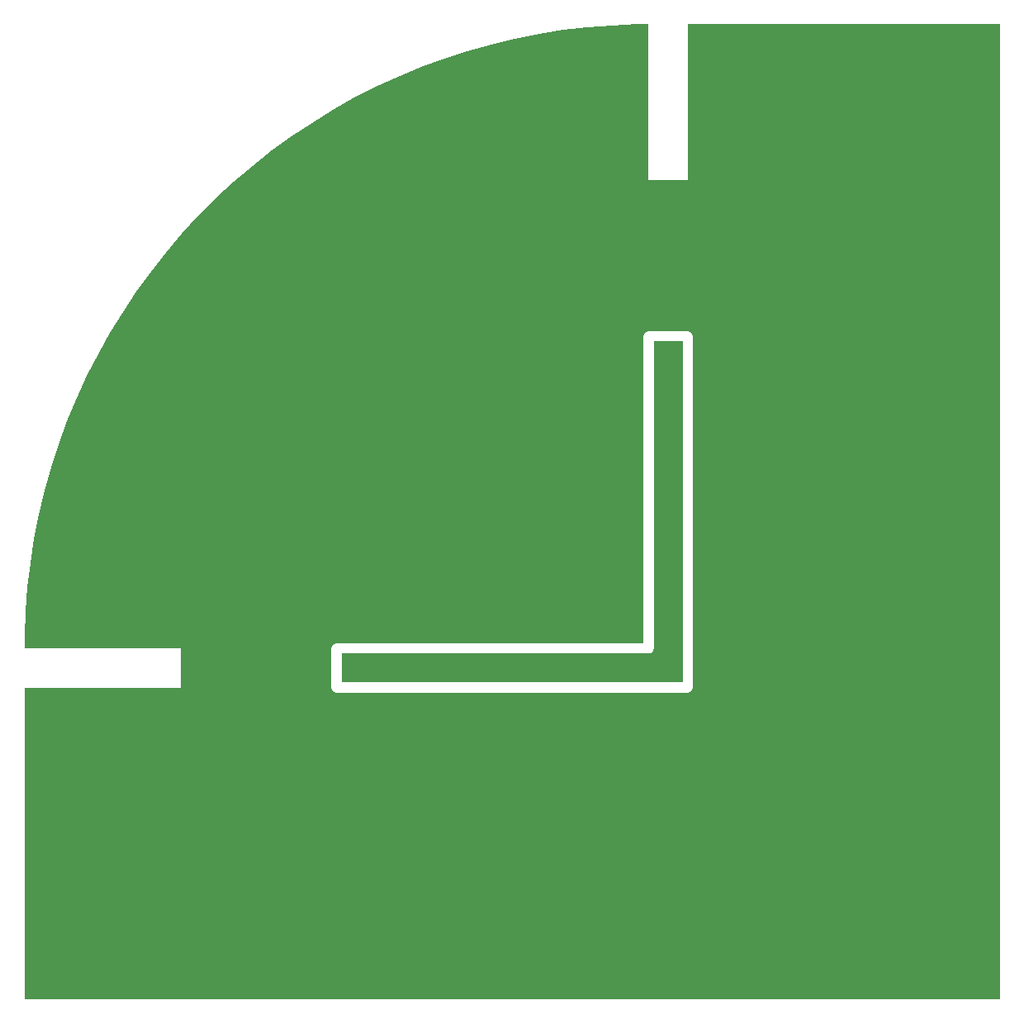
<source format=gbl>
G04*
G04 #@! TF.GenerationSoftware,Altium Limited,Altium Designer,18.1.9 (240)*
G04*
G04 Layer_Physical_Order=2*
G04 Layer_Color=16711680*
%FSLAX25Y25*%
%MOIN*%
G70*
G01*
G75*
%ADD11C,0.07874*%
G36*
X531496Y531496D02*
Y137795D01*
X137795D01*
Y263779D01*
X200787D01*
Y279528D01*
X137795Y279528D01*
X137795Y284476D01*
X138184Y294364D01*
X138960Y304230D01*
X140123Y314057D01*
X141672Y323831D01*
X143602Y333537D01*
X145912Y343160D01*
X148599Y352684D01*
X151656Y362096D01*
X155082Y371380D01*
X158869Y380523D01*
X163012Y389510D01*
X167505Y398328D01*
X172340Y406962D01*
X177511Y415400D01*
X183009Y423628D01*
X188825Y431634D01*
X194952Y439405D01*
X201379Y446931D01*
X208096Y454197D01*
X215094Y461195D01*
X222361Y467912D01*
X229886Y474339D01*
X237657Y480466D01*
X245663Y486283D01*
X253892Y491781D01*
X262330Y496951D01*
X270964Y501787D01*
X279781Y506280D01*
X288768Y510423D01*
X297911Y514210D01*
X307195Y517635D01*
X316607Y520693D01*
X326132Y523379D01*
X335754Y525689D01*
X345460Y527620D01*
X355234Y529168D01*
X365062Y530331D01*
X374927Y531108D01*
X384816Y531496D01*
X389764D01*
Y468504D01*
X405512D01*
Y531496D01*
X531496Y531496D01*
D02*
G37*
%LPC*%
G36*
X405512Y407535D02*
X389764D01*
X388990Y407381D01*
X388333Y406942D01*
X387895Y406286D01*
X387741Y405512D01*
Y281551D01*
X263779D01*
X263005Y281397D01*
X262349Y280958D01*
X261910Y280302D01*
X261756Y279528D01*
Y263779D01*
X261910Y263005D01*
X262349Y262349D01*
X263005Y261910D01*
X263779Y261756D01*
X405512D01*
X406286Y261910D01*
X406942Y262349D01*
X407381Y263005D01*
X407535Y263779D01*
Y405512D01*
X407381Y406286D01*
X406942Y406942D01*
X406286Y407381D01*
X405512Y407535D01*
D02*
G37*
%LPD*%
G36*
X403489Y265803D02*
X265803D01*
Y277504D01*
X389764D01*
X390538Y277658D01*
X391194Y278097D01*
X391633Y278753D01*
X391787Y279528D01*
Y403489D01*
X403489D01*
Y265803D01*
D02*
G37*
D11*
X213583Y279528D02*
D03*
X225394D02*
D03*
X237205D02*
D03*
X249016D02*
D03*
Y263779D02*
D03*
X237205D02*
D03*
X225394D02*
D03*
X213583D02*
D03*
X389764Y455709D02*
D03*
Y443898D02*
D03*
Y432087D02*
D03*
Y420276D02*
D03*
X405512D02*
D03*
Y432087D02*
D03*
Y443898D02*
D03*
Y455709D02*
D03*
Y461614D02*
D03*
Y449803D02*
D03*
Y437992D02*
D03*
Y426181D02*
D03*
Y414370D02*
D03*
X389764D02*
D03*
Y426181D02*
D03*
Y437992D02*
D03*
Y449803D02*
D03*
Y461614D02*
D03*
X207677Y263779D02*
D03*
X219488D02*
D03*
X231299D02*
D03*
X243110D02*
D03*
X254921D02*
D03*
Y279528D02*
D03*
X243110D02*
D03*
X231299D02*
D03*
X219488D02*
D03*
X207677D02*
D03*
M02*

</source>
